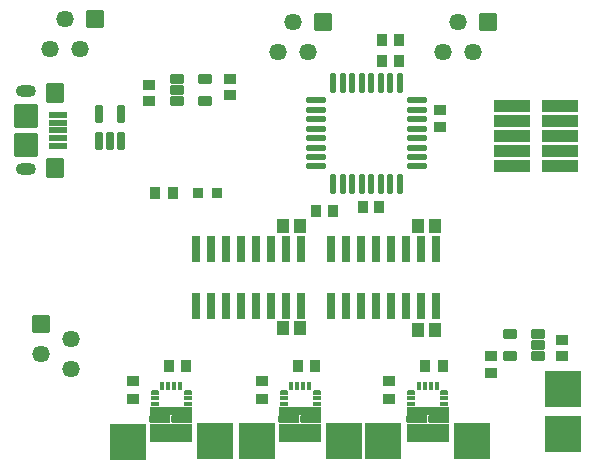
<source format=gts>
G04 Layer: TopSolderMaskLayer*
G04 EasyEDA v6.5.22, 2022-12-05 22:01:04*
G04 d1a99e3ffb4d45b387634f4a3d5e2a22,8bbad783b4b447a482771b0ae512d992,10*
G04 Gerber Generator version 0.2*
G04 Scale: 100 percent, Rotated: No, Reflected: No *
G04 Dimensions in inches *
G04 leading zeros omitted , absolute positions ,3 integer and 6 decimal *
%FSLAX36Y36*%
%MOIN*%

%AMMACRO1*1,1,$1,$2,$3*1,1,$1,$4,$5*1,1,$1,0-$2,0-$3*1,1,$1,0-$4,0-$5*20,1,$1,$2,$3,$4,$5,0*20,1,$1,$4,$5,0-$2,0-$3,0*20,1,$1,0-$2,0-$3,0-$4,0-$5,0*20,1,$1,0-$4,0-$5,$2,$3,0*4,1,4,$2,$3,$4,$5,0-$2,0-$3,0-$4,0-$5,$2,$3,0*%
%AMMACRO2*4,1,4,-0.0069,-0.0138,-0.0069,0.0138,0.0069,0.0138,0.0069,-0.0138,-0.0069,-0.0138,0*%
%AMMACRO3*4,1,4,-0.007,-0.0138,-0.007,0.0138,0.007,0.0138,0.007,-0.0138,-0.007,-0.0138,0*%
%AMMACRO4*4,1,42,-0.0094,-0.0288,-0.01,-0.0286,-0.0112,-0.0282,-0.0117,-0.028,-0.0121,-0.0276,-0.0126,-0.0272,-0.0135,-0.0257,-0.0137,-0.0251,-0.0138,-0.0245,-0.0138,0.0243,-0.0137,0.0249,-0.0135,0.0255,-0.0132,0.0261,-0.0129,0.0266,-0.0126,0.027,-0.0121,0.0276,-0.0117,0.0278,-0.0112,0.0282,-0.0106,0.0284,-0.01,0.0286,-0.0094,0.0288,0.0094,0.0288,0.01,0.0286,0.0106,0.0284,0.0112,0.0282,0.0117,0.0278,0.0121,0.0276,0.0126,0.0272,0.0132,0.0261,0.0135,0.0255,0.0137,0.0249,0.0138,0.0245,0.0138,-0.0245,0.0137,-0.0251,0.0135,-0.0255,0.0132,-0.0261,0.0126,-0.0272,0.0121,-0.0276,0.0117,-0.028,0.0112,-0.0282,0.01,-0.0286,0.0094,-0.0288,-0.0094,-0.0288,0*%
%AMMACRO5*4,1,42,-0.0094,-0.0288,-0.01,-0.0286,-0.0112,-0.0282,-0.0117,-0.028,-0.0121,-0.0276,-0.0126,-0.0272,-0.0135,-0.0257,-0.0137,-0.0251,-0.0138,-0.0245,-0.0138,0.0243,-0.0137,0.0249,-0.0135,0.0255,-0.0132,0.0261,-0.0129,0.0266,-0.0126,0.027,-0.0121,0.0276,-0.0117,0.0278,-0.0112,0.0282,-0.0106,0.0284,-0.01,0.0286,-0.0094,0.0288,0.0094,0.0288,0.01,0.0286,0.0106,0.0284,0.0112,0.0282,0.0117,0.0278,0.0121,0.0276,0.0126,0.027,0.0129,0.0266,0.0132,0.0261,0.0135,0.0255,0.0137,0.0249,0.0138,0.0243,0.0138,-0.0245,0.0137,-0.0251,0.0135,-0.0257,0.0126,-0.0272,0.0121,-0.0276,0.0117,-0.028,0.0112,-0.0282,0.01,-0.0286,0.0094,-0.0288,-0.0094,-0.0288,0*%
%AMMACRO6*4,1,42,-0.0094,-0.0288,-0.01,-0.0286,-0.0112,-0.0282,-0.0117,-0.028,-0.0121,-0.0276,-0.0126,-0.0272,-0.0132,-0.0261,-0.0135,-0.0255,-0.0137,-0.0251,-0.0138,-0.0245,-0.0138,0.0245,-0.0137,0.0249,-0.0135,0.0255,-0.0132,0.0261,-0.0126,0.0272,-0.0121,0.0276,-0.0117,0.0278,-0.0112,0.0282,-0.0106,0.0284,-0.01,0.0286,-0.0094,0.0288,0.0094,0.0288,0.01,0.0286,0.0106,0.0284,0.0112,0.0282,0.0117,0.0278,0.0121,0.0276,0.0126,0.027,0.0129,0.0266,0.0132,0.0261,0.0135,0.0255,0.0137,0.0249,0.0138,0.0243,0.0138,-0.0245,0.0137,-0.0251,0.0135,-0.0257,0.0126,-0.0272,0.0121,-0.0276,0.0117,-0.028,0.0112,-0.0282,0.01,-0.0286,0.0094,-0.0288,-0.0094,-0.0288,0*%
%AMMACRO7*4,1,42,-0.0094,-0.0288,-0.01,-0.0286,-0.0106,-0.0284,-0.0112,-0.0282,-0.0117,-0.0278,-0.0121,-0.0276,-0.0126,-0.0272,-0.0132,-0.0261,-0.0135,-0.0255,-0.0137,-0.0249,-0.0138,-0.0245,-0.0138,0.0245,-0.0137,0.0251,-0.0135,0.0255,-0.0132,0.0261,-0.0126,0.0272,-0.0121,0.0276,-0.0117,0.028,-0.0112,0.0282,-0.01,0.0286,-0.0094,0.0288,0.0094,0.0288,0.01,0.0286,0.0112,0.0282,0.0117,0.028,0.0121,0.0276,0.0126,0.0272,0.0135,0.0257,0.0137,0.0251,0.0138,0.0245,0.0138,-0.0243,0.0137,-0.0249,0.0135,-0.0255,0.0132,-0.0261,0.0129,-0.0266,0.0126,-0.027,0.0121,-0.0276,0.0117,-0.0278,0.0112,-0.0282,0.0106,-0.0284,0.01,-0.0286,0.0094,-0.0288,-0.0094,-0.0288,0*%
%AMMACRO8*4,1,42,-0.0094,-0.0288,-0.01,-0.0286,-0.0106,-0.0284,-0.0112,-0.0282,-0.0117,-0.0278,-0.0121,-0.0276,-0.0126,-0.027,-0.0129,-0.0266,-0.0132,-0.0261,-0.0135,-0.0255,-0.0137,-0.0249,-0.0138,-0.0243,-0.0138,0.0245,-0.0137,0.0251,-0.0135,0.0257,-0.0126,0.0272,-0.0121,0.0276,-0.0117,0.028,-0.0112,0.0282,-0.01,0.0286,-0.0094,0.0288,0.0094,0.0288,0.01,0.0286,0.0112,0.0282,0.0117,0.028,0.0121,0.0276,0.0126,0.0272,0.0132,0.0261,0.0135,0.0255,0.0137,0.0251,0.0138,0.0245,0.0138,-0.0245,0.0137,-0.0249,0.0135,-0.0255,0.0132,-0.0261,0.0126,-0.0272,0.0121,-0.0276,0.0117,-0.0278,0.0112,-0.0282,0.0106,-0.0284,0.01,-0.0286,0.0094,-0.0288,-0.0094,-0.0288,0*%
%AMMACRO9*4,1,4,-0.0286,-0.0099,-0.0286,0.0099,0.0286,0.0099,0.0286,-0.0099,-0.0286,-0.0099,0*%
%ADD10MACRO1,0.004X-0.0591X0.0591X0.0591X0.0591*%
%ADD11MACRO1,0.004X-0.0157X0.0177X0.0157X0.0177*%
%ADD12MACRO1,0.004X0.0157X-0.0177X-0.0157X-0.0177*%
%ADD13MACRO1,0.004X-0.0118X0.0049X0.0118X0.0049*%
%ADD14MACRO1,0.004X-0.0689X0.0098X0.0689X0.0098*%
%ADD15MACRO1,0.004X-0.033X0.0098X0.033X0.0098*%
%ADD16MACRO1,0.004X-0.0689X0.0276X0.0689X0.0276*%
%ADD17MACRO2*%
%ADD18MACRO3*%
%ADD19MACRO1,0.004X-0.0177X-0.0157X-0.0177X0.0157*%
%ADD20MACRO1,0.004X0.0177X0.0157X0.0177X-0.0157*%
%ADD21MACRO1,0.004X-0.0187X-0.0207X-0.0187X0.0207*%
%ADD22MACRO1,0.0039X-0.0591X-0.0177X-0.0591X0.0177*%
%ADD23MACRO1,0.004X0.012X0.0405X0.012X-0.0405*%
%ADD24MACRO1,0.004X0.0267X-0.0267X-0.0267X-0.0267*%
%ADD25C,0.0575*%
%ADD26MACRO1,0.004X0.0267X0.0267X0.0267X-0.0267*%
%ADD27MACRO1,0.004X-0.0157X-0.0157X-0.0157X0.0157*%
%ADD28O,0.021638X0.070299*%
%ADD29O,0.070299X0.021638*%
%ADD30MACRO1,0.004X0.0591X-0.0591X-0.0591X-0.0591*%
%ADD31MACRO1,0.004X-0.017X0.0159X0.017X0.0159*%
%ADD32MACRO1,0.004X-0.017X-0.0159X0.017X-0.0159*%
%ADD33MACRO1,0.004X0.0159X0.017X0.0159X-0.017*%
%ADD34MACRO1,0.004X-0.0159X0.017X-0.0159X-0.017*%
%ADD35MACRO1,0.004X-0.0159X-0.017X-0.0159X0.017*%
%ADD36MACRO1,0.004X0.0159X-0.017X0.0159X0.017*%
%ADD37MACRO4*%
%ADD38MACRO5*%
%ADD39MACRO6*%
%ADD40MACRO7*%
%ADD41MACRO8*%
%ADD42MACRO1,0.004X0.0197X0.0138X0.0197X-0.0138*%
%ADD43MACRO1,0.004X-0.0197X-0.0138X-0.0197X0.0138*%
%ADD44MACRO9*%
%ADD45MACRO1,0.004X0.0276X0.0315X0.0276X-0.0315*%
%ADD46MACRO1,0.004X0.0374X0.0374X0.0374X-0.0374*%
%ADD47O,0.066992X0.039432999999999996*%
%ADD48O,0.0132X0.039432999999999996*%

%LPD*%
G36*
X1019479Y-1326800D02*
G01*
X1015540Y-1330740D01*
X1015540Y-1336660D01*
X1019479Y-1340580D01*
X1039160Y-1340580D01*
X1043100Y-1336660D01*
X1043100Y-1330740D01*
X1039160Y-1326800D01*
G37*
G36*
X1019479Y-1346500D02*
G01*
X1015540Y-1350440D01*
X1015540Y-1356339D01*
X1019479Y-1360280D01*
X1039160Y-1360280D01*
X1043100Y-1356339D01*
X1043100Y-1350440D01*
X1039160Y-1346500D01*
G37*
G36*
X1019479Y-1366180D02*
G01*
X1015540Y-1370120D01*
X1015540Y-1376020D01*
X1019479Y-1379960D01*
X1039160Y-1379960D01*
X1043100Y-1376020D01*
X1043100Y-1370120D01*
X1039160Y-1366180D01*
G37*
G36*
X909240Y-1326800D02*
G01*
X905300Y-1330740D01*
X905300Y-1336660D01*
X909240Y-1340580D01*
X928920Y-1340580D01*
X932860Y-1336660D01*
X932860Y-1330740D01*
X928920Y-1326800D01*
G37*
G36*
X909240Y-1346500D02*
G01*
X905300Y-1350440D01*
X905300Y-1356339D01*
X909240Y-1360280D01*
X928920Y-1360280D01*
X932860Y-1356339D01*
X932860Y-1350440D01*
X928920Y-1346500D01*
G37*
G36*
X909240Y-1366180D02*
G01*
X905300Y-1370120D01*
X905300Y-1376020D01*
X909240Y-1379960D01*
X928920Y-1379960D01*
X932860Y-1376020D01*
X932860Y-1370120D01*
X928920Y-1366180D01*
G37*
G36*
X941720Y-1299259D02*
G01*
X937780Y-1303180D01*
X937780Y-1322880D01*
X941720Y-1326800D01*
X947620Y-1326800D01*
X951560Y-1322880D01*
X951560Y-1303180D01*
X947620Y-1299259D01*
G37*
G36*
X961400Y-1299259D02*
G01*
X957480Y-1303180D01*
X957480Y-1322880D01*
X961400Y-1326800D01*
X967300Y-1326800D01*
X971260Y-1322880D01*
X971260Y-1303180D01*
X967300Y-1299259D01*
G37*
G36*
X981100Y-1299259D02*
G01*
X977159Y-1303180D01*
X977159Y-1322880D01*
X981100Y-1326800D01*
X987000Y-1326800D01*
X990920Y-1322880D01*
X990920Y-1303180D01*
X987000Y-1299259D01*
G37*
G36*
X1000780Y-1299259D02*
G01*
X996840Y-1303180D01*
X996840Y-1322880D01*
X1000780Y-1326800D01*
X1006680Y-1326800D01*
X1010620Y-1322880D01*
X1010620Y-1303180D01*
X1006680Y-1299259D01*
G37*
G36*
X921040Y-1442960D02*
G01*
X921040Y-1445900D01*
X909240Y-1445900D01*
X907260Y-1447880D01*
X907260Y-1453779D01*
X909240Y-1455740D01*
X921040Y-1455740D01*
X921040Y-1458700D01*
X939760Y-1458700D01*
X939760Y-1492160D01*
X941720Y-1494139D01*
X947620Y-1494139D01*
X949580Y-1492160D01*
X949580Y-1458700D01*
X959440Y-1458700D01*
X959440Y-1492160D01*
X961400Y-1494139D01*
X967300Y-1494139D01*
X969280Y-1492160D01*
X969280Y-1458700D01*
X979120Y-1458700D01*
X979120Y-1492160D01*
X981100Y-1494139D01*
X987000Y-1494139D01*
X988960Y-1492160D01*
X988960Y-1458700D01*
X998820Y-1458700D01*
X998820Y-1492160D01*
X1000780Y-1494139D01*
X1006680Y-1494139D01*
X1008640Y-1492160D01*
X1008640Y-1458700D01*
X1027340Y-1458700D01*
X1027340Y-1455740D01*
X1039160Y-1455740D01*
X1041140Y-1453779D01*
X1041140Y-1447880D01*
X1039160Y-1445900D01*
X1027340Y-1445900D01*
X1027340Y-1442960D01*
G37*
G36*
X981100Y-1415400D02*
G01*
X979120Y-1417360D01*
X979120Y-1429180D01*
X981100Y-1431140D01*
X1027340Y-1431140D01*
X1027340Y-1428180D01*
X1039160Y-1428180D01*
X1041140Y-1426220D01*
X1041140Y-1420320D01*
X1039160Y-1418340D01*
X1027340Y-1418340D01*
X1027340Y-1415400D01*
G37*
G36*
X921040Y-1415400D02*
G01*
X921040Y-1418340D01*
X909240Y-1418340D01*
X907260Y-1420320D01*
X907260Y-1426220D01*
X909240Y-1428180D01*
X921040Y-1428180D01*
X921040Y-1431140D01*
X967300Y-1431140D01*
X969280Y-1429180D01*
X969280Y-1417360D01*
X967300Y-1415400D01*
G37*
G36*
X981100Y-1387840D02*
G01*
X979120Y-1389800D01*
X979120Y-1401620D01*
X981100Y-1403580D01*
X1027340Y-1403580D01*
X1027340Y-1400620D01*
X1039160Y-1400620D01*
X1041140Y-1398660D01*
X1041140Y-1392760D01*
X1039160Y-1390780D01*
X1027340Y-1390780D01*
X1027340Y-1387840D01*
G37*
G36*
X921040Y-1387840D02*
G01*
X921040Y-1390780D01*
X909240Y-1390780D01*
X907260Y-1392760D01*
X907260Y-1398660D01*
X909240Y-1400620D01*
X921040Y-1400620D01*
X921040Y-1403580D01*
X967300Y-1403580D01*
X969280Y-1401620D01*
X969280Y-1389800D01*
X967300Y-1387840D01*
G37*
G36*
X1346040Y-1387840D02*
G01*
X1346040Y-1390800D01*
X1334240Y-1390800D01*
X1332260Y-1392760D01*
X1332260Y-1398660D01*
X1334240Y-1400640D01*
X1346040Y-1400640D01*
X1346040Y-1403600D01*
X1392300Y-1403600D01*
X1394280Y-1401620D01*
X1394280Y-1389820D01*
X1392300Y-1387840D01*
G37*
G36*
X1406080Y-1387840D02*
G01*
X1404120Y-1389800D01*
X1404120Y-1401620D01*
X1406080Y-1403580D01*
X1452340Y-1403580D01*
X1452340Y-1400640D01*
X1464160Y-1400640D01*
X1466120Y-1398660D01*
X1466120Y-1392760D01*
X1464160Y-1390800D01*
X1452340Y-1390800D01*
X1452340Y-1387840D01*
G37*
G36*
X1346040Y-1415400D02*
G01*
X1346040Y-1418360D01*
X1334240Y-1418360D01*
X1332260Y-1420320D01*
X1332260Y-1426220D01*
X1334240Y-1428200D01*
X1346040Y-1428200D01*
X1346040Y-1431160D01*
X1392300Y-1431160D01*
X1394280Y-1429180D01*
X1394280Y-1417380D01*
X1392300Y-1415400D01*
G37*
G36*
X1406080Y-1415400D02*
G01*
X1404120Y-1417360D01*
X1404120Y-1429180D01*
X1406080Y-1431140D01*
X1452340Y-1431140D01*
X1452340Y-1428200D01*
X1464160Y-1428200D01*
X1466120Y-1426220D01*
X1466120Y-1420320D01*
X1464160Y-1418360D01*
X1452340Y-1418360D01*
X1452340Y-1415400D01*
G37*
G36*
X1346040Y-1442960D02*
G01*
X1346040Y-1445920D01*
X1334240Y-1445920D01*
X1332260Y-1447880D01*
X1332260Y-1453779D01*
X1334240Y-1455760D01*
X1346040Y-1455760D01*
X1346040Y-1458700D01*
X1364740Y-1458700D01*
X1364740Y-1492180D01*
X1366720Y-1494139D01*
X1372620Y-1494139D01*
X1374580Y-1492180D01*
X1374580Y-1458700D01*
X1384440Y-1458700D01*
X1384440Y-1492180D01*
X1386399Y-1494139D01*
X1392300Y-1494139D01*
X1394280Y-1492180D01*
X1394280Y-1458700D01*
X1404120Y-1458700D01*
X1404120Y-1492180D01*
X1406080Y-1494139D01*
X1412000Y-1494139D01*
X1413959Y-1492180D01*
X1413959Y-1458700D01*
X1423800Y-1458700D01*
X1423800Y-1492180D01*
X1425760Y-1494139D01*
X1431680Y-1494139D01*
X1433640Y-1492180D01*
X1433640Y-1458700D01*
X1452340Y-1458700D01*
X1452340Y-1455760D01*
X1464160Y-1455760D01*
X1466120Y-1453779D01*
X1466120Y-1447880D01*
X1464160Y-1445920D01*
X1452340Y-1445920D01*
X1452340Y-1442960D01*
G37*
G36*
X1425760Y-1299259D02*
G01*
X1421840Y-1303200D01*
X1421840Y-1322880D01*
X1425760Y-1326819D01*
X1431680Y-1326819D01*
X1435620Y-1322880D01*
X1435620Y-1303200D01*
X1431680Y-1299259D01*
G37*
G36*
X1406080Y-1299259D02*
G01*
X1402140Y-1303200D01*
X1402140Y-1322880D01*
X1406080Y-1326819D01*
X1412000Y-1326819D01*
X1415920Y-1322880D01*
X1415920Y-1303200D01*
X1412000Y-1299259D01*
G37*
G36*
X1386399Y-1299259D02*
G01*
X1382460Y-1303200D01*
X1382460Y-1322880D01*
X1386399Y-1326819D01*
X1392300Y-1326819D01*
X1396240Y-1322880D01*
X1396240Y-1303200D01*
X1392300Y-1299259D01*
G37*
G36*
X1366720Y-1299259D02*
G01*
X1362780Y-1303200D01*
X1362780Y-1322880D01*
X1366720Y-1326819D01*
X1372620Y-1326819D01*
X1376560Y-1322880D01*
X1376560Y-1303200D01*
X1372620Y-1299259D01*
G37*
G36*
X1334240Y-1366180D02*
G01*
X1330300Y-1370120D01*
X1330300Y-1376040D01*
X1334240Y-1379960D01*
X1353920Y-1379960D01*
X1357860Y-1376040D01*
X1357860Y-1370120D01*
X1353920Y-1366180D01*
G37*
G36*
X1334240Y-1346500D02*
G01*
X1330300Y-1350440D01*
X1330300Y-1356339D01*
X1334240Y-1360280D01*
X1353920Y-1360280D01*
X1357860Y-1356339D01*
X1357860Y-1350440D01*
X1353920Y-1346500D01*
G37*
G36*
X1334240Y-1326819D02*
G01*
X1330300Y-1330760D01*
X1330300Y-1336660D01*
X1334240Y-1340600D01*
X1353920Y-1340600D01*
X1357860Y-1336660D01*
X1357860Y-1330760D01*
X1353920Y-1326819D01*
G37*
G36*
X1444480Y-1366180D02*
G01*
X1440540Y-1370120D01*
X1440540Y-1376040D01*
X1444480Y-1379960D01*
X1464160Y-1379960D01*
X1468100Y-1376040D01*
X1468100Y-1370120D01*
X1464160Y-1366180D01*
G37*
G36*
X1444480Y-1346500D02*
G01*
X1440540Y-1350440D01*
X1440540Y-1356339D01*
X1444480Y-1360280D01*
X1464160Y-1360280D01*
X1468100Y-1356339D01*
X1468100Y-1350440D01*
X1464160Y-1346500D01*
G37*
G36*
X1444480Y-1326819D02*
G01*
X1440540Y-1330760D01*
X1440540Y-1336660D01*
X1444480Y-1340600D01*
X1464160Y-1340600D01*
X1468100Y-1336660D01*
X1468100Y-1330760D01*
X1464160Y-1326819D01*
G37*
G36*
X491060Y-1387840D02*
G01*
X491060Y-1390800D01*
X479240Y-1390800D01*
X477280Y-1392760D01*
X477280Y-1398660D01*
X479240Y-1400640D01*
X491060Y-1400640D01*
X491060Y-1403600D01*
X537320Y-1403600D01*
X539280Y-1401620D01*
X539280Y-1389820D01*
X537320Y-1387840D01*
G37*
G36*
X551100Y-1387840D02*
G01*
X549120Y-1389800D01*
X549120Y-1401620D01*
X551100Y-1403580D01*
X597360Y-1403580D01*
X597360Y-1400640D01*
X609160Y-1400640D01*
X611140Y-1398660D01*
X611140Y-1392760D01*
X609160Y-1390800D01*
X597360Y-1390800D01*
X597360Y-1387840D01*
G37*
G36*
X491060Y-1415400D02*
G01*
X491060Y-1418360D01*
X479240Y-1418360D01*
X477280Y-1420320D01*
X477280Y-1426220D01*
X479240Y-1428200D01*
X491060Y-1428200D01*
X491060Y-1431160D01*
X537320Y-1431160D01*
X539280Y-1429180D01*
X539280Y-1417380D01*
X537320Y-1415400D01*
G37*
G36*
X551100Y-1415400D02*
G01*
X549120Y-1417360D01*
X549120Y-1429180D01*
X551100Y-1431140D01*
X597360Y-1431140D01*
X597360Y-1428200D01*
X609160Y-1428200D01*
X611140Y-1426220D01*
X611140Y-1420320D01*
X609160Y-1418360D01*
X597360Y-1418360D01*
X597360Y-1415400D01*
G37*
G36*
X491060Y-1442960D02*
G01*
X491060Y-1445920D01*
X479240Y-1445920D01*
X477280Y-1447880D01*
X477280Y-1453779D01*
X479240Y-1455760D01*
X491060Y-1455760D01*
X491060Y-1458700D01*
X509760Y-1458700D01*
X509760Y-1492180D01*
X511719Y-1494139D01*
X517640Y-1494139D01*
X519600Y-1492180D01*
X519600Y-1458700D01*
X529440Y-1458700D01*
X529440Y-1492180D01*
X531400Y-1494139D01*
X537320Y-1494139D01*
X539280Y-1492180D01*
X539280Y-1458700D01*
X549120Y-1458700D01*
X549120Y-1492180D01*
X551100Y-1494139D01*
X557000Y-1494139D01*
X558960Y-1492180D01*
X558960Y-1458700D01*
X568820Y-1458700D01*
X568820Y-1492180D01*
X570780Y-1494139D01*
X576680Y-1494139D01*
X578660Y-1492180D01*
X578660Y-1458700D01*
X597360Y-1458700D01*
X597360Y-1455760D01*
X609160Y-1455760D01*
X611140Y-1453779D01*
X611140Y-1447880D01*
X609160Y-1445920D01*
X597360Y-1445920D01*
X597360Y-1442960D01*
G37*
G36*
X570780Y-1299259D02*
G01*
X566840Y-1303200D01*
X566840Y-1322880D01*
X570780Y-1326819D01*
X576680Y-1326819D01*
X580620Y-1322880D01*
X580620Y-1303200D01*
X576680Y-1299259D01*
G37*
G36*
X551100Y-1299259D02*
G01*
X547160Y-1303200D01*
X547160Y-1322880D01*
X551100Y-1326819D01*
X557000Y-1326819D01*
X560940Y-1322880D01*
X560940Y-1303200D01*
X557000Y-1299259D01*
G37*
G36*
X531400Y-1299259D02*
G01*
X527480Y-1303200D01*
X527480Y-1322880D01*
X531400Y-1326819D01*
X537320Y-1326819D01*
X541260Y-1322880D01*
X541260Y-1303200D01*
X537320Y-1299259D01*
G37*
G36*
X511719Y-1299259D02*
G01*
X507780Y-1303200D01*
X507780Y-1322880D01*
X511719Y-1326819D01*
X517640Y-1326819D01*
X521560Y-1322880D01*
X521560Y-1303200D01*
X517640Y-1299259D01*
G37*
G36*
X479240Y-1366180D02*
G01*
X475300Y-1370120D01*
X475300Y-1376040D01*
X479240Y-1379960D01*
X498920Y-1379960D01*
X502860Y-1376040D01*
X502860Y-1370120D01*
X498920Y-1366180D01*
G37*
G36*
X479240Y-1346500D02*
G01*
X475300Y-1350440D01*
X475300Y-1356339D01*
X479240Y-1360280D01*
X498920Y-1360280D01*
X502860Y-1356339D01*
X502860Y-1350440D01*
X498920Y-1346500D01*
G37*
G36*
X479240Y-1326819D02*
G01*
X475300Y-1330760D01*
X475300Y-1336660D01*
X479240Y-1340600D01*
X498920Y-1340600D01*
X502860Y-1336660D01*
X502860Y-1330760D01*
X498920Y-1326819D01*
G37*
G36*
X589480Y-1366180D02*
G01*
X585540Y-1370120D01*
X585540Y-1376040D01*
X589480Y-1379960D01*
X609160Y-1379960D01*
X613100Y-1376040D01*
X613100Y-1370120D01*
X609160Y-1366180D01*
G37*
G36*
X589480Y-1346500D02*
G01*
X585540Y-1350440D01*
X585540Y-1356339D01*
X589480Y-1360280D01*
X609160Y-1360280D01*
X613100Y-1356339D01*
X613100Y-1350440D01*
X609160Y-1346500D01*
G37*
G36*
X589480Y-1326819D02*
G01*
X585540Y-1330760D01*
X585540Y-1336660D01*
X589480Y-1340600D01*
X609160Y-1340600D01*
X613100Y-1336660D01*
X613100Y-1330760D01*
X609160Y-1326819D01*
G37*
D10*
G01*
X1850727Y-1472722D03*
G01*
X1850727Y-1322722D03*
D11*
G01*
X1082559Y-730000D03*
G01*
X1027440Y-730000D03*
D12*
G01*
X1247440Y-160000D03*
G01*
X1302559Y-160000D03*
D13*
G01*
X919079Y-1333698D03*
G01*
X919079Y-1353388D03*
G01*
X919079Y-1373068D03*
D14*
G01*
X974200Y-1395707D03*
D15*
G01*
X938269Y-1423268D03*
D16*
G01*
X974200Y-1468548D03*
D15*
G01*
X1010130Y-1423268D03*
D13*
G01*
X1029320Y-1373068D03*
G01*
X1029320Y-1353388D03*
G01*
X1029320Y-1333698D03*
D17*
G01*
X1003750Y-1312999D03*
D18*
G01*
X984050Y-1312999D03*
G01*
X964349Y-1312999D03*
D17*
G01*
X944699Y-1312999D03*
G01*
X1369650Y-1313050D03*
D18*
G01*
X1389349Y-1313050D03*
G01*
X1409050Y-1313050D03*
D17*
G01*
X1428700Y-1313050D03*
D13*
G01*
X1454319Y-1333704D03*
G01*
X1454319Y-1353394D03*
G01*
X1454319Y-1373073D03*
D15*
G01*
X1435129Y-1423274D03*
D16*
G01*
X1399199Y-1468553D03*
D15*
G01*
X1363269Y-1423274D03*
D14*
G01*
X1399199Y-1395714D03*
D13*
G01*
X1344078Y-1373073D03*
G01*
X1344078Y-1353394D03*
G01*
X1344078Y-1333704D03*
D17*
G01*
X514700Y-1313050D03*
D18*
G01*
X534349Y-1313050D03*
D17*
G01*
X554049Y-1313050D03*
D18*
G01*
X573750Y-1313050D03*
D13*
G01*
X599321Y-1333704D03*
G01*
X599321Y-1353394D03*
G01*
X599321Y-1373073D03*
D15*
G01*
X580131Y-1423274D03*
D16*
G01*
X544202Y-1468553D03*
D15*
G01*
X508272Y-1423274D03*
D14*
G01*
X544202Y-1395714D03*
D13*
G01*
X489081Y-1373073D03*
G01*
X489081Y-1353394D03*
G01*
X489081Y-1333704D03*
D19*
G01*
X470000Y-307441D03*
G01*
X470000Y-362558D03*
G01*
X740000Y-287441D03*
G01*
X740000Y-342558D03*
D12*
G01*
X1182440Y-715000D03*
G01*
X1237559Y-715000D03*
D20*
G01*
X1845000Y-1212558D03*
G01*
X1845000Y-1157441D03*
D19*
G01*
X1610000Y-1212441D03*
G01*
X1610000Y-1267558D03*
D12*
G01*
X1247440Y-230000D03*
G01*
X1302559Y-230000D03*
D20*
G01*
X1440000Y-447558D03*
G01*
X1440000Y-392441D03*
D21*
G01*
X916459Y-1120000D03*
G01*
X973540Y-1120000D03*
G01*
X1366459Y-780000D03*
G01*
X1423540Y-780000D03*
G01*
X916459Y-780000D03*
G01*
X973540Y-780000D03*
G01*
X1366459Y-1125000D03*
G01*
X1423540Y-1125000D03*
D22*
G01*
X1679880Y-530000D03*
G01*
X1840119Y-530000D03*
G01*
X1679880Y-580000D03*
G01*
X1840119Y-580000D03*
G01*
X1679880Y-380000D03*
G01*
X1840119Y-380000D03*
G01*
X1679880Y-430000D03*
G01*
X1840119Y-430000D03*
G01*
X1679880Y-480000D03*
G01*
X1840119Y-480000D03*
D23*
G01*
X1425000Y-855499D03*
G01*
X1375000Y-855499D03*
G01*
X1325000Y-855499D03*
G01*
X1275000Y-855499D03*
G01*
X1225000Y-855499D03*
G01*
X1175000Y-855499D03*
G01*
X1125000Y-855499D03*
G01*
X1075000Y-855499D03*
G01*
X1075000Y-1044500D03*
G01*
X1125000Y-1044500D03*
G01*
X1175000Y-1044500D03*
G01*
X1225000Y-1044500D03*
G01*
X1275000Y-1044500D03*
G01*
X1325000Y-1044500D03*
G01*
X1375000Y-1044500D03*
G01*
X1425000Y-1044500D03*
G01*
X975000Y-855499D03*
G01*
X925000Y-855499D03*
G01*
X875000Y-855499D03*
G01*
X825000Y-855499D03*
G01*
X775000Y-855499D03*
G01*
X725000Y-855499D03*
G01*
X675000Y-855499D03*
G01*
X625000Y-855499D03*
G01*
X625000Y-1044500D03*
G01*
X675000Y-1044500D03*
G01*
X725000Y-1044500D03*
G01*
X775000Y-1044500D03*
G01*
X825000Y-1044500D03*
G01*
X875000Y-1044500D03*
G01*
X925000Y-1044500D03*
G01*
X975000Y-1044500D03*
D24*
G01*
X1600000Y-100000D03*
D25*
G01*
X1550000Y-200000D03*
G01*
X1500000Y-100000D03*
G01*
X1450000Y-200000D03*
D24*
G01*
X290000Y-90000D03*
D25*
G01*
X240000Y-190000D03*
G01*
X190000Y-90000D03*
G01*
X140000Y-190000D03*
D24*
G01*
X1050000Y-100000D03*
D25*
G01*
X1000000Y-200000D03*
G01*
X950000Y-100000D03*
G01*
X900000Y-200000D03*
D26*
G01*
X110000Y-1105000D03*
D25*
G01*
X210000Y-1155000D03*
G01*
X110000Y-1205000D03*
G01*
X210000Y-1255000D03*
D27*
G01*
X696474Y-669861D03*
G01*
X633521Y-670136D03*
D28*
G01*
X1084759Y-637020D03*
G01*
X1116260Y-637020D03*
G01*
X1147759Y-637020D03*
G01*
X1179250Y-637020D03*
G01*
X1210749Y-637020D03*
G01*
X1242240Y-637020D03*
G01*
X1273739Y-637020D03*
G01*
X1305240Y-637020D03*
D29*
G01*
X1362010Y-580250D03*
G01*
X1362010Y-548750D03*
G01*
X1362010Y-517249D03*
G01*
X1362010Y-485760D03*
G01*
X1362010Y-454259D03*
G01*
X1362010Y-422770D03*
G01*
X1362010Y-391269D03*
G01*
X1362010Y-359769D03*
D28*
G01*
X1305240Y-303000D03*
G01*
X1273739Y-303000D03*
G01*
X1242240Y-303000D03*
G01*
X1210749Y-303000D03*
G01*
X1179250Y-303000D03*
G01*
X1147759Y-303000D03*
G01*
X1116260Y-303000D03*
G01*
X1084759Y-303000D03*
D29*
G01*
X1027989Y-359769D03*
G01*
X1027989Y-391269D03*
G01*
X1027989Y-422770D03*
G01*
X1027989Y-454259D03*
G01*
X1027989Y-485760D03*
G01*
X1027989Y-517249D03*
G01*
X1027989Y-548750D03*
G01*
X1027989Y-580250D03*
D10*
G01*
X1120000Y-1495000D03*
D30*
G01*
X830000Y-1495000D03*
D10*
G01*
X1545000Y-1495000D03*
G01*
X1250000Y-1495000D03*
G01*
X690000Y-1495000D03*
G01*
X400000Y-1500000D03*
D31*
G01*
X845000Y-1354655D03*
D32*
G01*
X845000Y-1295344D03*
D33*
G01*
X965344Y-1245000D03*
D34*
G01*
X1024655Y-1245000D03*
D33*
G01*
X1390344Y-1245000D03*
D34*
G01*
X1449655Y-1245000D03*
D31*
G01*
X1270000Y-1354655D03*
D32*
G01*
X1270000Y-1295344D03*
D33*
G01*
X535344Y-1245000D03*
D34*
G01*
X594655Y-1245000D03*
D31*
G01*
X415000Y-1354655D03*
D32*
G01*
X415000Y-1295344D03*
D35*
G01*
X549655Y-670000D03*
D36*
G01*
X490344Y-670000D03*
D37*
G01*
X302599Y-496250D03*
D38*
G01*
X340000Y-496250D03*
D39*
G01*
X377400Y-496250D03*
D40*
G01*
X377400Y-403750D03*
D41*
G01*
X302599Y-403750D03*
D42*
G01*
X562755Y-287598D03*
G01*
X562755Y-325000D03*
G01*
X562755Y-362401D03*
G01*
X657244Y-362401D03*
G01*
X657244Y-287598D03*
D43*
G01*
X1767244Y-1212401D03*
G01*
X1767244Y-1175000D03*
G01*
X1767244Y-1137598D03*
G01*
X1672755Y-1137598D03*
G01*
X1672755Y-1212401D03*
D44*
G01*
X165299Y-408799D03*
G01*
X165299Y-434399D03*
G01*
X165299Y-460000D03*
G01*
X165299Y-485600D03*
G01*
X165299Y-511200D03*
D45*
G01*
X156459Y-334020D03*
G01*
X156459Y-585979D03*
D46*
G01*
X60000Y-412760D03*
G01*
X60000Y-507239D03*
D47*
G01*
X60000Y-330079D03*
G01*
X60000Y-589920D03*
M02*

</source>
